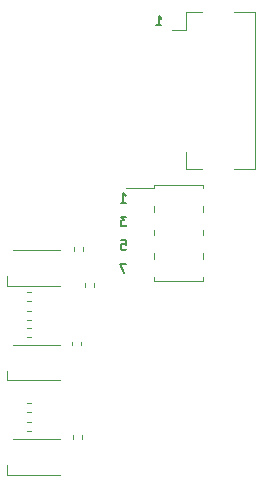
<source format=gbo>
%TF.GenerationSoftware,KiCad,Pcbnew,7.99.0-1.20230926git54171ec.fc37*%
%TF.CreationDate,2023-10-10T17:53:11+01:00*%
%TF.ProjectId,bugg-led-r5,62756767-2d6c-4656-942d-72352e6b6963,rev?*%
%TF.SameCoordinates,Original*%
%TF.FileFunction,Legend,Bot*%
%TF.FilePolarity,Positive*%
%FSLAX46Y46*%
G04 Gerber Fmt 4.6, Leading zero omitted, Abs format (unit mm)*
G04 Created by KiCad (PCBNEW 7.99.0-1.20230926git54171ec.fc37) date 2023-10-10 17:53:11*
%MOMM*%
%LPD*%
G01*
G04 APERTURE LIST*
%ADD10C,0.150000*%
%ADD11C,0.120000*%
G04 APERTURE END LIST*
D10*
X10121428Y5537704D02*
X10578571Y5537704D01*
X10349999Y5537704D02*
X10349999Y6337704D01*
X10349999Y6337704D02*
X10426190Y6223419D01*
X10426190Y6223419D02*
X10502380Y6147228D01*
X10502380Y6147228D02*
X10578571Y6109133D01*
X7616666Y-14662295D02*
X7083332Y-14662295D01*
X7083332Y-14662295D02*
X7426190Y-15462295D01*
X7616666Y-10662295D02*
X7121428Y-10662295D01*
X7121428Y-10662295D02*
X7388094Y-10967057D01*
X7388094Y-10967057D02*
X7273809Y-10967057D01*
X7273809Y-10967057D02*
X7197618Y-11005152D01*
X7197618Y-11005152D02*
X7159523Y-11043247D01*
X7159523Y-11043247D02*
X7121428Y-11119438D01*
X7121428Y-11119438D02*
X7121428Y-11309914D01*
X7121428Y-11309914D02*
X7159523Y-11386104D01*
X7159523Y-11386104D02*
X7197618Y-11424200D01*
X7197618Y-11424200D02*
X7273809Y-11462295D01*
X7273809Y-11462295D02*
X7502380Y-11462295D01*
X7502380Y-11462295D02*
X7578571Y-11424200D01*
X7578571Y-11424200D02*
X7616666Y-11386104D01*
X7121428Y-9462295D02*
X7578571Y-9462295D01*
X7349999Y-9462295D02*
X7349999Y-8662295D01*
X7349999Y-8662295D02*
X7426190Y-8776580D01*
X7426190Y-8776580D02*
X7502380Y-8852771D01*
X7502380Y-8852771D02*
X7578571Y-8890866D01*
X7159523Y-12662295D02*
X7540475Y-12662295D01*
X7540475Y-12662295D02*
X7578571Y-13043247D01*
X7578571Y-13043247D02*
X7540475Y-13005152D01*
X7540475Y-13005152D02*
X7464285Y-12967057D01*
X7464285Y-12967057D02*
X7273809Y-12967057D01*
X7273809Y-12967057D02*
X7197618Y-13005152D01*
X7197618Y-13005152D02*
X7159523Y-13043247D01*
X7159523Y-13043247D02*
X7121428Y-13119438D01*
X7121428Y-13119438D02*
X7121428Y-13309914D01*
X7121428Y-13309914D02*
X7159523Y-13386104D01*
X7159523Y-13386104D02*
X7197618Y-13424200D01*
X7197618Y-13424200D02*
X7273809Y-13462295D01*
X7273809Y-13462295D02*
X7464285Y-13462295D01*
X7464285Y-13462295D02*
X7540475Y-13424200D01*
X7540475Y-13424200D02*
X7578571Y-13386104D01*
D11*
%TO.C,R206*%
X-803641Y-28020000D02*
X-496359Y-28020000D01*
X-803641Y-28780000D02*
X-496359Y-28780000D01*
%TO.C,R203*%
X3070000Y-29453641D02*
X3070000Y-29146359D01*
X3830000Y-29453641D02*
X3830000Y-29146359D01*
%TO.C,R209*%
X-803641Y-26420000D02*
X-496359Y-26420000D01*
X-803641Y-27180000D02*
X-496359Y-27180000D01*
%TO.C,LED203*%
X-2500000Y-32500000D02*
X-2500000Y-31700000D01*
X1950000Y-29500000D02*
X-1950000Y-29500000D01*
X1950000Y-32500000D02*
X-2500044Y-32500000D01*
%TO.C,J201*%
X7560000Y-8240000D02*
X9940000Y-8240000D01*
X9940000Y-7940000D02*
X14060000Y-7940000D01*
X9940000Y-8240000D02*
X9940000Y-7940000D01*
X9940000Y-10240000D02*
X9940000Y-9760000D01*
X9940000Y-12240000D02*
X9940000Y-11760000D01*
X9940000Y-14240000D02*
X9940000Y-13760000D01*
X9940000Y-16060000D02*
X9940000Y-15760000D01*
X9940000Y-16060000D02*
X14060000Y-16060000D01*
X14060000Y-8240000D02*
X14060000Y-7940000D01*
X14060000Y-10240000D02*
X14060000Y-9760000D01*
X14060000Y-12240000D02*
X14060000Y-11760000D01*
X14060000Y-14240000D02*
X14060000Y-13760000D01*
X14060000Y-16060000D02*
X14060000Y-15760000D01*
%TO.C,R201*%
X3170000Y-13553641D02*
X3170000Y-13246359D01*
X3930000Y-13553641D02*
X3930000Y-13246359D01*
%TO.C,LED202*%
X-2500000Y-24500000D02*
X-2500000Y-23700000D01*
X1950000Y-21500000D02*
X-1950000Y-21500000D01*
X1950000Y-24500000D02*
X-2500044Y-24500000D01*
%TO.C,R205*%
X-803641Y-20120000D02*
X-496359Y-20120000D01*
X-803641Y-20880000D02*
X-496359Y-20880000D01*
%TO.C,R202*%
X2970000Y-21553641D02*
X2970000Y-21246359D01*
X3730000Y-21553641D02*
X3730000Y-21246359D01*
%TO.C,LED201*%
X-2500000Y-16500000D02*
X-2500000Y-15700000D01*
X1950000Y-13500000D02*
X-1950000Y-13500000D01*
X1950000Y-16500000D02*
X-2500044Y-16500000D01*
%TO.C,R208*%
X-803641Y-18620000D02*
X-496359Y-18620000D01*
X-803641Y-19380000D02*
X-496359Y-19380000D01*
%TO.C,R204*%
X4070000Y-16603641D02*
X4070000Y-16296359D01*
X4830000Y-16603641D02*
X4830000Y-16296359D01*
%TO.C,R207*%
X-803641Y-17070000D02*
X-496359Y-17070000D01*
X-803641Y-17830000D02*
X-496359Y-17830000D01*
%TO.C,J202*%
X11500000Y5160000D02*
X12700000Y5160000D01*
X12700000Y6650000D02*
X12700000Y5160000D01*
X12700000Y-6650000D02*
X12700000Y-5160000D01*
X14040000Y6650000D02*
X12700000Y6650000D01*
X14040000Y-6650000D02*
X12700000Y-6650000D01*
X16760000Y-6650000D02*
X18500000Y-6650000D01*
X18500000Y6650000D02*
X16760000Y6650000D01*
X18500000Y-6650000D02*
X18500000Y6650000D01*
%TD*%
M02*

</source>
